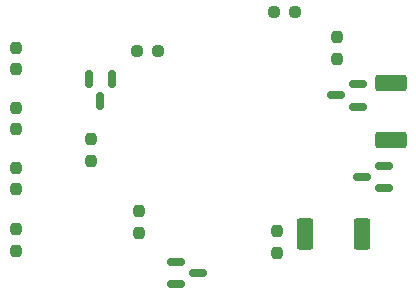
<source format=gbr>
%TF.GenerationSoftware,KiCad,Pcbnew,7.0.7*%
%TF.CreationDate,2023-11-05T11:25:06-06:00*%
%TF.ProjectId,LEDBreakout_Hardware,4c454442-7265-4616-9b6f-75745f486172,rev?*%
%TF.SameCoordinates,Original*%
%TF.FileFunction,Paste,Top*%
%TF.FilePolarity,Positive*%
%FSLAX46Y46*%
G04 Gerber Fmt 4.6, Leading zero omitted, Abs format (unit mm)*
G04 Created by KiCad (PCBNEW 7.0.7) date 2023-11-05 11:25:06*
%MOMM*%
%LPD*%
G01*
G04 APERTURE LIST*
G04 Aperture macros list*
%AMRoundRect*
0 Rectangle with rounded corners*
0 $1 Rounding radius*
0 $2 $3 $4 $5 $6 $7 $8 $9 X,Y pos of 4 corners*
0 Add a 4 corners polygon primitive as box body*
4,1,4,$2,$3,$4,$5,$6,$7,$8,$9,$2,$3,0*
0 Add four circle primitives for the rounded corners*
1,1,$1+$1,$2,$3*
1,1,$1+$1,$4,$5*
1,1,$1+$1,$6,$7*
1,1,$1+$1,$8,$9*
0 Add four rect primitives between the rounded corners*
20,1,$1+$1,$2,$3,$4,$5,0*
20,1,$1+$1,$4,$5,$6,$7,0*
20,1,$1+$1,$6,$7,$8,$9,0*
20,1,$1+$1,$8,$9,$2,$3,0*%
G04 Aperture macros list end*
%ADD10RoundRect,0.237500X-0.237500X0.250000X-0.237500X-0.250000X0.237500X-0.250000X0.237500X0.250000X0*%
%ADD11RoundRect,0.237500X0.250000X0.237500X-0.250000X0.237500X-0.250000X-0.237500X0.250000X-0.237500X0*%
%ADD12RoundRect,0.150000X0.587500X0.150000X-0.587500X0.150000X-0.587500X-0.150000X0.587500X-0.150000X0*%
%ADD13RoundRect,0.249999X-1.075001X0.450001X-1.075001X-0.450001X1.075001X-0.450001X1.075001X0.450001X0*%
%ADD14RoundRect,0.237500X0.237500X-0.250000X0.237500X0.250000X-0.237500X0.250000X-0.237500X-0.250000X0*%
%ADD15RoundRect,0.150000X-0.587500X-0.150000X0.587500X-0.150000X0.587500X0.150000X-0.587500X0.150000X0*%
%ADD16RoundRect,0.150000X-0.150000X0.587500X-0.150000X-0.587500X0.150000X-0.587500X0.150000X0.587500X0*%
%ADD17RoundRect,0.249999X0.450001X1.075001X-0.450001X1.075001X-0.450001X-1.075001X0.450001X-1.075001X0*%
G04 APERTURE END LIST*
D10*
%TO.C,R9*%
X66040000Y-71731500D03*
X66040000Y-73556500D03*
%TD*%
%TO.C,R11*%
X66040000Y-81891500D03*
X66040000Y-83716500D03*
%TD*%
%TO.C,R12*%
X66040000Y-87075000D03*
X66040000Y-88900000D03*
%TD*%
D11*
%TO.C,R1*%
X89722000Y-68707000D03*
X87897000Y-68707000D03*
%TD*%
D12*
%TO.C,Q1*%
X95009000Y-76703000D03*
X95009000Y-74803000D03*
X93134000Y-75753000D03*
%TD*%
D13*
%TO.C,R8*%
X97803000Y-74689000D03*
X97803000Y-79489000D03*
%TD*%
D14*
%TO.C,R2*%
X93231000Y-72667500D03*
X93231000Y-70842500D03*
%TD*%
D10*
%TO.C,R5*%
X76467000Y-85574500D03*
X76467000Y-87399500D03*
%TD*%
%TO.C,R4*%
X72403000Y-79478500D03*
X72403000Y-81303500D03*
%TD*%
D12*
%TO.C,Q4*%
X97216500Y-83627000D03*
X97216500Y-81727000D03*
X95341500Y-82677000D03*
%TD*%
D15*
%TO.C,Q3*%
X79593500Y-89855000D03*
X79593500Y-91755000D03*
X81468500Y-90805000D03*
%TD*%
D16*
%TO.C,Q2*%
X74181000Y-74373500D03*
X72281000Y-74373500D03*
X73231000Y-76248500D03*
%TD*%
D10*
%TO.C,R6*%
X88151000Y-87249000D03*
X88151000Y-89074000D03*
%TD*%
D11*
%TO.C,R3*%
X78141500Y-72009000D03*
X76316500Y-72009000D03*
%TD*%
D17*
%TO.C,R7*%
X95377000Y-87503000D03*
X90577000Y-87503000D03*
%TD*%
D10*
%TO.C,R10*%
X66040000Y-76811500D03*
X66040000Y-78636500D03*
%TD*%
M02*

</source>
